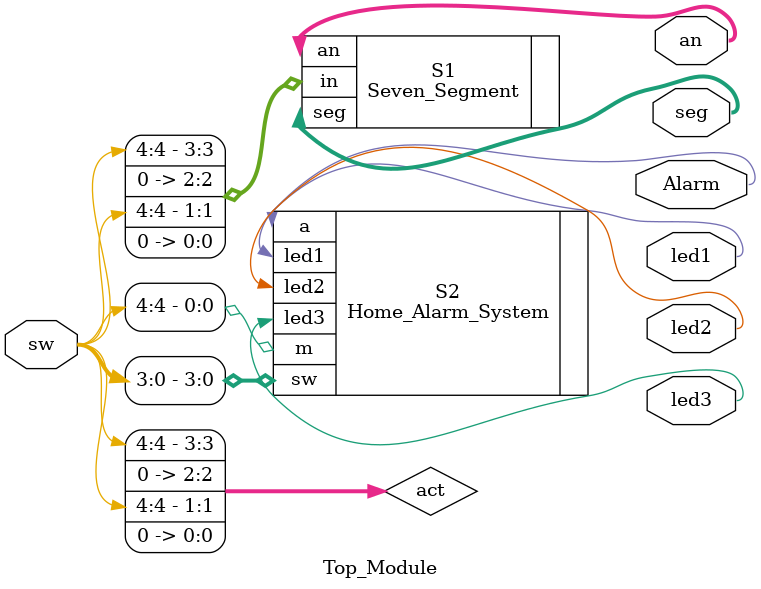
<source format=sv>
`timescale 1ns / 1ps

module Top_Module(input logic [4:0] sw,           // Switch inputs
                                  output logic Alarm,            // Alarm signal
                                  output logic [3:0] an,         // 7-segment anode control
                                  output logic [6:0] seg,       // 7-segment display segments
                                  output logic led1,led2,led3);  //Indicator LEDs
logic [3:0] act;                  // Internal signal for 7-segment input
assign act = {sw[4], 1'b0, sw[4], 1'b0}; // Generate a pattern based on `sw`

// Instantiate submodules
Seven_Segment S1(.in(act),.seg(seg),.an(an));
Home_Alarm_System S2(.sw(sw[3:0]),.m(sw[4]),.a(Alarm),.led1(led1),.led2(led2),.led3(led3));

endmodule
</source>
